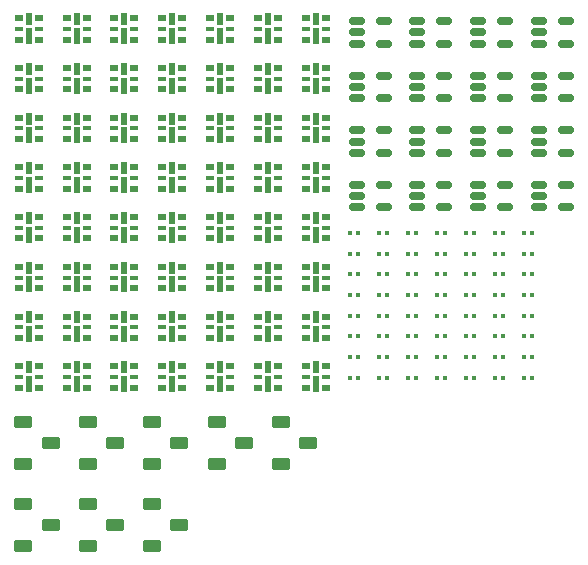
<source format=gbr>
%TF.GenerationSoftware,KiCad,Pcbnew,8.0.7*%
%TF.CreationDate,2025-01-04T02:12:22-08:00*%
%TF.ProjectId,PCB,5043422e-6b69-4636-9164-5f7063625858,rev?*%
%TF.SameCoordinates,Original*%
%TF.FileFunction,Paste,Top*%
%TF.FilePolarity,Positive*%
%FSLAX46Y46*%
G04 Gerber Fmt 4.6, Leading zero omitted, Abs format (unit mm)*
G04 Created by KiCad (PCBNEW 8.0.7) date 2025-01-04 02:12:22*
%MOMM*%
%LPD*%
G01*
G04 APERTURE LIST*
G04 Aperture macros list*
%AMRoundRect*
0 Rectangle with rounded corners*
0 $1 Rounding radius*
0 $2 $3 $4 $5 $6 $7 $8 $9 X,Y pos of 4 corners*
0 Add a 4 corners polygon primitive as box body*
4,1,4,$2,$3,$4,$5,$6,$7,$8,$9,$2,$3,0*
0 Add four circle primitives for the rounded corners*
1,1,$1+$1,$2,$3*
1,1,$1+$1,$4,$5*
1,1,$1+$1,$6,$7*
1,1,$1+$1,$8,$9*
0 Add four rect primitives between the rounded corners*
20,1,$1+$1,$2,$3,$4,$5,0*
20,1,$1+$1,$4,$5,$6,$7,0*
20,1,$1+$1,$6,$7,$8,$9,0*
20,1,$1+$1,$8,$9,$2,$3,0*%
G04 Aperture macros list end*
%ADD10R,0.800000X0.500000*%
%ADD11R,0.500000X1.000000*%
%ADD12R,0.800000X0.300000*%
%ADD13R,0.500000X1.480000*%
%ADD14RoundRect,0.150000X-0.512500X-0.150000X0.512500X-0.150000X0.512500X0.150000X-0.512500X0.150000X0*%
%ADD15RoundRect,0.079500X-0.079500X-0.100500X0.079500X-0.100500X0.079500X0.100500X-0.079500X0.100500X0*%
%ADD16RoundRect,0.250000X-0.550000X0.250000X-0.550000X-0.250000X0.550000X-0.250000X0.550000X0.250000X0*%
G04 APERTURE END LIST*
D10*
%TO.C,D43*%
X26565000Y-43470000D03*
D11*
X27415000Y-43540000D03*
D12*
X26565000Y-44370000D03*
D10*
X26565000Y-45270000D03*
X28265000Y-45270000D03*
D12*
X28265000Y-44370000D03*
D13*
X27415000Y-44960000D03*
D10*
X28265000Y-43470000D03*
%TD*%
D14*
%TO.C,U1*%
X51127500Y-18455000D03*
X51127500Y-19405000D03*
X51127500Y-20355000D03*
X53402500Y-20355000D03*
X53402500Y-18455000D03*
%TD*%
D15*
%TO.C,R9*%
X53020000Y-36380000D03*
X53710000Y-36380000D03*
%TD*%
%TO.C,R35*%
X60370000Y-39880000D03*
X61060000Y-39880000D03*
%TD*%
D14*
%TO.C,U7*%
X56277500Y-27705000D03*
X56277500Y-28655000D03*
X56277500Y-29605000D03*
X58552500Y-29605000D03*
X58552500Y-27705000D03*
%TD*%
D10*
%TO.C,D10*%
X34665000Y-22420000D03*
D11*
X35515000Y-22490000D03*
D12*
X34665000Y-23320000D03*
D10*
X34665000Y-24220000D03*
X36365000Y-24220000D03*
D12*
X36365000Y-23320000D03*
D13*
X35515000Y-23910000D03*
D10*
X36365000Y-22420000D03*
%TD*%
D15*
%TO.C,R46*%
X62820000Y-45130000D03*
X63510000Y-45130000D03*
%TD*%
D10*
%TO.C,D21*%
X22515000Y-30840000D03*
D11*
X23365000Y-30910000D03*
D12*
X22515000Y-31740000D03*
D10*
X22515000Y-32640000D03*
X24215000Y-32640000D03*
D12*
X24215000Y-31740000D03*
D13*
X23365000Y-32330000D03*
D10*
X24215000Y-30840000D03*
%TD*%
%TO.C,D33*%
X42765000Y-35050000D03*
D11*
X43615000Y-35120000D03*
D12*
X42765000Y-35950000D03*
D10*
X42765000Y-36850000D03*
X44465000Y-36850000D03*
D12*
X44465000Y-35950000D03*
D13*
X43615000Y-36540000D03*
D10*
X44465000Y-35050000D03*
%TD*%
%TO.C,D4*%
X38715000Y-18210000D03*
D11*
X39565000Y-18280000D03*
D12*
X38715000Y-19110000D03*
D10*
X38715000Y-20010000D03*
X40415000Y-20010000D03*
D12*
X40415000Y-19110000D03*
D13*
X39565000Y-19700000D03*
D10*
X40415000Y-18210000D03*
%TD*%
%TO.C,D40*%
X42765000Y-39260000D03*
D11*
X43615000Y-39330000D03*
D12*
X42765000Y-40160000D03*
D10*
X42765000Y-41060000D03*
X44465000Y-41060000D03*
D12*
X44465000Y-40160000D03*
D13*
X43615000Y-40750000D03*
D10*
X44465000Y-39260000D03*
%TD*%
%TO.C,D44*%
X30615000Y-43470000D03*
D11*
X31465000Y-43540000D03*
D12*
X30615000Y-44370000D03*
D10*
X30615000Y-45270000D03*
X32315000Y-45270000D03*
D12*
X32315000Y-44370000D03*
D13*
X31465000Y-44960000D03*
D10*
X32315000Y-43470000D03*
%TD*%
D16*
%TO.C,SW0*%
X22915000Y-52410000D03*
X25215000Y-54160000D03*
X22915000Y-55910000D03*
%TD*%
D15*
%TO.C,R15*%
X53020000Y-46880000D03*
X53710000Y-46880000D03*
%TD*%
D10*
%TO.C,D23*%
X30615000Y-30840000D03*
D11*
X31465000Y-30910000D03*
D12*
X30615000Y-31740000D03*
D10*
X30615000Y-32640000D03*
X32315000Y-32640000D03*
D12*
X32315000Y-31740000D03*
D13*
X31465000Y-32330000D03*
D10*
X32315000Y-30840000D03*
%TD*%
D15*
%TO.C,R6*%
X50570000Y-45130000D03*
X51260000Y-45130000D03*
%TD*%
D14*
%TO.C,U12*%
X61427500Y-32330000D03*
X61427500Y-33280000D03*
X61427500Y-34230000D03*
X63702500Y-34230000D03*
X63702500Y-32330000D03*
%TD*%
D15*
%TO.C,R17*%
X55470000Y-36380000D03*
X56160000Y-36380000D03*
%TD*%
D10*
%TO.C,D50*%
X26565000Y-47680000D03*
D11*
X27415000Y-47750000D03*
D12*
X26565000Y-48580000D03*
D10*
X26565000Y-49480000D03*
X28265000Y-49480000D03*
D12*
X28265000Y-48580000D03*
D13*
X27415000Y-49170000D03*
D10*
X28265000Y-47680000D03*
%TD*%
D14*
%TO.C,U5*%
X56277500Y-18455000D03*
X56277500Y-19405000D03*
X56277500Y-20355000D03*
X58552500Y-20355000D03*
X58552500Y-18455000D03*
%TD*%
D10*
%TO.C,D53*%
X38715000Y-47680000D03*
D11*
X39565000Y-47750000D03*
D12*
X38715000Y-48580000D03*
D10*
X38715000Y-49480000D03*
X40415000Y-49480000D03*
D12*
X40415000Y-48580000D03*
D13*
X39565000Y-49170000D03*
D10*
X40415000Y-47680000D03*
%TD*%
D16*
%TO.C,SW7*%
X33815000Y-59360000D03*
X36115000Y-61110000D03*
X33815000Y-62860000D03*
%TD*%
D15*
%TO.C,R55*%
X65270000Y-46880000D03*
X65960000Y-46880000D03*
%TD*%
D10*
%TO.C,D7*%
X22515000Y-22420000D03*
D11*
X23365000Y-22490000D03*
D12*
X22515000Y-23320000D03*
D10*
X22515000Y-24220000D03*
X24215000Y-24220000D03*
D12*
X24215000Y-23320000D03*
D13*
X23365000Y-23910000D03*
D10*
X24215000Y-22420000D03*
%TD*%
D15*
%TO.C,R2*%
X50570000Y-38130000D03*
X51260000Y-38130000D03*
%TD*%
D10*
%TO.C,D42*%
X22515000Y-43470000D03*
D11*
X23365000Y-43540000D03*
D12*
X22515000Y-44370000D03*
D10*
X22515000Y-45270000D03*
X24215000Y-45270000D03*
D12*
X24215000Y-44370000D03*
D13*
X23365000Y-44960000D03*
D10*
X24215000Y-43470000D03*
%TD*%
D15*
%TO.C,R1*%
X50570000Y-36380000D03*
X51260000Y-36380000D03*
%TD*%
%TO.C,R45*%
X62820000Y-43380000D03*
X63510000Y-43380000D03*
%TD*%
D10*
%TO.C,D24*%
X34665000Y-30840000D03*
D11*
X35515000Y-30910000D03*
D12*
X34665000Y-31740000D03*
D10*
X34665000Y-32640000D03*
X36365000Y-32640000D03*
D12*
X36365000Y-31740000D03*
D13*
X35515000Y-32330000D03*
D10*
X36365000Y-30840000D03*
%TD*%
D15*
%TO.C,R24*%
X55470000Y-48630000D03*
X56160000Y-48630000D03*
%TD*%
D10*
%TO.C,D6*%
X46815000Y-18210000D03*
D11*
X47665000Y-18280000D03*
D12*
X46815000Y-19110000D03*
D10*
X46815000Y-20010000D03*
X48515000Y-20010000D03*
D12*
X48515000Y-19110000D03*
D13*
X47665000Y-19700000D03*
D10*
X48515000Y-18210000D03*
%TD*%
%TO.C,D11*%
X38715000Y-22420000D03*
D11*
X39565000Y-22490000D03*
D12*
X38715000Y-23320000D03*
D10*
X38715000Y-24220000D03*
X40415000Y-24220000D03*
D12*
X40415000Y-23320000D03*
D13*
X39565000Y-23910000D03*
D10*
X40415000Y-22420000D03*
%TD*%
D15*
%TO.C,R37*%
X60370000Y-43380000D03*
X61060000Y-43380000D03*
%TD*%
D10*
%TO.C,D17*%
X34665000Y-26630000D03*
D11*
X35515000Y-26700000D03*
D12*
X34665000Y-27530000D03*
D10*
X34665000Y-28430000D03*
X36365000Y-28430000D03*
D12*
X36365000Y-27530000D03*
D13*
X35515000Y-28120000D03*
D10*
X36365000Y-26630000D03*
%TD*%
D15*
%TO.C,R20*%
X55470000Y-41630000D03*
X56160000Y-41630000D03*
%TD*%
%TO.C,R16*%
X53020000Y-48630000D03*
X53710000Y-48630000D03*
%TD*%
D10*
%TO.C,D12*%
X42765000Y-22420000D03*
D11*
X43615000Y-22490000D03*
D12*
X42765000Y-23320000D03*
D10*
X42765000Y-24220000D03*
X44465000Y-24220000D03*
D12*
X44465000Y-23320000D03*
D13*
X43615000Y-23910000D03*
D10*
X44465000Y-22420000D03*
%TD*%
D16*
%TO.C,SW4*%
X44715000Y-52410000D03*
X47015000Y-54160000D03*
X44715000Y-55910000D03*
%TD*%
D15*
%TO.C,R27*%
X57920000Y-39880000D03*
X58610000Y-39880000D03*
%TD*%
D10*
%TO.C,D37*%
X30615000Y-39260000D03*
D11*
X31465000Y-39330000D03*
D12*
X30615000Y-40160000D03*
D10*
X30615000Y-41060000D03*
X32315000Y-41060000D03*
D12*
X32315000Y-40160000D03*
D13*
X31465000Y-40750000D03*
D10*
X32315000Y-39260000D03*
%TD*%
%TO.C,D34*%
X46815000Y-35050000D03*
D11*
X47665000Y-35120000D03*
D12*
X46815000Y-35950000D03*
D10*
X46815000Y-36850000D03*
X48515000Y-36850000D03*
D12*
X48515000Y-35950000D03*
D13*
X47665000Y-36540000D03*
D10*
X48515000Y-35050000D03*
%TD*%
D15*
%TO.C,R7*%
X50570000Y-46880000D03*
X51260000Y-46880000D03*
%TD*%
D10*
%TO.C,D15*%
X26565000Y-26630000D03*
D11*
X27415000Y-26700000D03*
D12*
X26565000Y-27530000D03*
D10*
X26565000Y-28430000D03*
X28265000Y-28430000D03*
D12*
X28265000Y-27530000D03*
D13*
X27415000Y-28120000D03*
D10*
X28265000Y-26630000D03*
%TD*%
%TO.C,D25*%
X38715000Y-30840000D03*
D11*
X39565000Y-30910000D03*
D12*
X38715000Y-31740000D03*
D10*
X38715000Y-32640000D03*
X40415000Y-32640000D03*
D12*
X40415000Y-31740000D03*
D13*
X39565000Y-32330000D03*
D10*
X40415000Y-30840000D03*
%TD*%
D15*
%TO.C,R22*%
X55470000Y-45130000D03*
X56160000Y-45130000D03*
%TD*%
D10*
%TO.C,D49*%
X22515000Y-47680000D03*
D11*
X23365000Y-47750000D03*
D12*
X22515000Y-48580000D03*
D10*
X22515000Y-49480000D03*
X24215000Y-49480000D03*
D12*
X24215000Y-48580000D03*
D13*
X23365000Y-49170000D03*
D10*
X24215000Y-47680000D03*
%TD*%
D15*
%TO.C,R28*%
X57920000Y-41630000D03*
X58610000Y-41630000D03*
%TD*%
%TO.C,R5*%
X50570000Y-43380000D03*
X51260000Y-43380000D03*
%TD*%
%TO.C,R43*%
X62820000Y-39880000D03*
X63510000Y-39880000D03*
%TD*%
%TO.C,R38*%
X60370000Y-45130000D03*
X61060000Y-45130000D03*
%TD*%
D16*
%TO.C,SW2*%
X33815000Y-52410000D03*
X36115000Y-54160000D03*
X33815000Y-55910000D03*
%TD*%
D15*
%TO.C,R44*%
X62820000Y-41630000D03*
X63510000Y-41630000D03*
%TD*%
%TO.C,R50*%
X65270000Y-38130000D03*
X65960000Y-38130000D03*
%TD*%
D10*
%TO.C,D46*%
X38715000Y-43470000D03*
D11*
X39565000Y-43540000D03*
D12*
X38715000Y-44370000D03*
D10*
X38715000Y-45270000D03*
X40415000Y-45270000D03*
D12*
X40415000Y-44370000D03*
D13*
X39565000Y-44960000D03*
D10*
X40415000Y-43470000D03*
%TD*%
D14*
%TO.C,U10*%
X61427500Y-23080000D03*
X61427500Y-24030000D03*
X61427500Y-24980000D03*
X63702500Y-24980000D03*
X63702500Y-23080000D03*
%TD*%
%TO.C,U9*%
X61427500Y-18455000D03*
X61427500Y-19405000D03*
X61427500Y-20355000D03*
X63702500Y-20355000D03*
X63702500Y-18455000D03*
%TD*%
D15*
%TO.C,R8*%
X50570000Y-48630000D03*
X51260000Y-48630000D03*
%TD*%
D14*
%TO.C,U3*%
X51127500Y-27705000D03*
X51127500Y-28655000D03*
X51127500Y-29605000D03*
X53402500Y-29605000D03*
X53402500Y-27705000D03*
%TD*%
D10*
%TO.C,D9*%
X30615000Y-22420000D03*
D11*
X31465000Y-22490000D03*
D12*
X30615000Y-23320000D03*
D10*
X30615000Y-24220000D03*
X32315000Y-24220000D03*
D12*
X32315000Y-23320000D03*
D13*
X31465000Y-23910000D03*
D10*
X32315000Y-22420000D03*
%TD*%
%TO.C,D35*%
X22515000Y-39260000D03*
D11*
X23365000Y-39330000D03*
D12*
X22515000Y-40160000D03*
D10*
X22515000Y-41060000D03*
X24215000Y-41060000D03*
D12*
X24215000Y-40160000D03*
D13*
X23365000Y-40750000D03*
D10*
X24215000Y-39260000D03*
%TD*%
%TO.C,D26*%
X42765000Y-30840000D03*
D11*
X43615000Y-30910000D03*
D12*
X42765000Y-31740000D03*
D10*
X42765000Y-32640000D03*
X44465000Y-32640000D03*
D12*
X44465000Y-31740000D03*
D13*
X43615000Y-32330000D03*
D10*
X44465000Y-30840000D03*
%TD*%
%TO.C,D14*%
X22515000Y-26630000D03*
D11*
X23365000Y-26700000D03*
D12*
X22515000Y-27530000D03*
D10*
X22515000Y-28430000D03*
X24215000Y-28430000D03*
D12*
X24215000Y-27530000D03*
D13*
X23365000Y-28120000D03*
D10*
X24215000Y-26630000D03*
%TD*%
%TO.C,D48*%
X46815000Y-43470000D03*
D11*
X47665000Y-43540000D03*
D12*
X46815000Y-44370000D03*
D10*
X46815000Y-45270000D03*
X48515000Y-45270000D03*
D12*
X48515000Y-44370000D03*
D13*
X47665000Y-44960000D03*
D10*
X48515000Y-43470000D03*
%TD*%
%TO.C,D20*%
X46815000Y-26630000D03*
D11*
X47665000Y-26700000D03*
D12*
X46815000Y-27530000D03*
D10*
X46815000Y-28430000D03*
X48515000Y-28430000D03*
D12*
X48515000Y-27530000D03*
D13*
X47665000Y-28120000D03*
D10*
X48515000Y-26630000D03*
%TD*%
D15*
%TO.C,R32*%
X57920000Y-48630000D03*
X58610000Y-48630000D03*
%TD*%
D10*
%TO.C,D3*%
X34665000Y-18210000D03*
D11*
X35515000Y-18280000D03*
D12*
X34665000Y-19110000D03*
D10*
X34665000Y-20010000D03*
X36365000Y-20010000D03*
D12*
X36365000Y-19110000D03*
D13*
X35515000Y-19700000D03*
D10*
X36365000Y-18210000D03*
%TD*%
%TO.C,D54*%
X42765000Y-47680000D03*
D11*
X43615000Y-47750000D03*
D12*
X42765000Y-48580000D03*
D10*
X42765000Y-49480000D03*
X44465000Y-49480000D03*
D12*
X44465000Y-48580000D03*
D13*
X43615000Y-49170000D03*
D10*
X44465000Y-47680000D03*
%TD*%
D15*
%TO.C,R11*%
X53020000Y-39880000D03*
X53710000Y-39880000D03*
%TD*%
D10*
%TO.C,D1*%
X26565000Y-18210000D03*
D11*
X27415000Y-18280000D03*
D12*
X26565000Y-19110000D03*
D10*
X26565000Y-20010000D03*
X28265000Y-20010000D03*
D12*
X28265000Y-19110000D03*
D13*
X27415000Y-19700000D03*
D10*
X28265000Y-18210000D03*
%TD*%
D14*
%TO.C,U4*%
X51127500Y-32330000D03*
X51127500Y-33280000D03*
X51127500Y-34230000D03*
X53402500Y-34230000D03*
X53402500Y-32330000D03*
%TD*%
D10*
%TO.C,D51*%
X30615000Y-47680000D03*
D11*
X31465000Y-47750000D03*
D12*
X30615000Y-48580000D03*
D10*
X30615000Y-49480000D03*
X32315000Y-49480000D03*
D12*
X32315000Y-48580000D03*
D13*
X31465000Y-49170000D03*
D10*
X32315000Y-47680000D03*
%TD*%
D15*
%TO.C,R25*%
X57920000Y-36380000D03*
X58610000Y-36380000D03*
%TD*%
D16*
%TO.C,SW1*%
X28365000Y-52410000D03*
X30665000Y-54160000D03*
X28365000Y-55910000D03*
%TD*%
D14*
%TO.C,U14*%
X66577500Y-23080000D03*
X66577500Y-24030000D03*
X66577500Y-24980000D03*
X68852500Y-24980000D03*
X68852500Y-23080000D03*
%TD*%
D15*
%TO.C,R54*%
X65270000Y-45130000D03*
X65960000Y-45130000D03*
%TD*%
D10*
%TO.C,D19*%
X42765000Y-26630000D03*
D11*
X43615000Y-26700000D03*
D12*
X42765000Y-27530000D03*
D10*
X42765000Y-28430000D03*
X44465000Y-28430000D03*
D12*
X44465000Y-27530000D03*
D13*
X43615000Y-28120000D03*
D10*
X44465000Y-26630000D03*
%TD*%
%TO.C,D16*%
X30615000Y-26630000D03*
D11*
X31465000Y-26700000D03*
D12*
X30615000Y-27530000D03*
D10*
X30615000Y-28430000D03*
X32315000Y-28430000D03*
D12*
X32315000Y-27530000D03*
D13*
X31465000Y-28120000D03*
D10*
X32315000Y-26630000D03*
%TD*%
D15*
%TO.C,R51*%
X65270000Y-39880000D03*
X65960000Y-39880000D03*
%TD*%
%TO.C,R3*%
X50570000Y-39880000D03*
X51260000Y-39880000D03*
%TD*%
%TO.C,R47*%
X62820000Y-46880000D03*
X63510000Y-46880000D03*
%TD*%
%TO.C,R34*%
X60370000Y-38130000D03*
X61060000Y-38130000D03*
%TD*%
D10*
%TO.C,D2*%
X30615000Y-18210000D03*
D11*
X31465000Y-18280000D03*
D12*
X30615000Y-19110000D03*
D10*
X30615000Y-20010000D03*
X32315000Y-20010000D03*
D12*
X32315000Y-19110000D03*
D13*
X31465000Y-19700000D03*
D10*
X32315000Y-18210000D03*
%TD*%
D15*
%TO.C,R39*%
X60370000Y-46880000D03*
X61060000Y-46880000D03*
%TD*%
D14*
%TO.C,U11*%
X61427500Y-27705000D03*
X61427500Y-28655000D03*
X61427500Y-29605000D03*
X63702500Y-29605000D03*
X63702500Y-27705000D03*
%TD*%
D10*
%TO.C,D0*%
X22515000Y-18210000D03*
D11*
X23365000Y-18280000D03*
D12*
X22515000Y-19110000D03*
D10*
X22515000Y-20010000D03*
X24215000Y-20010000D03*
D12*
X24215000Y-19110000D03*
D13*
X23365000Y-19700000D03*
D10*
X24215000Y-18210000D03*
%TD*%
D15*
%TO.C,R14*%
X53020000Y-45130000D03*
X53710000Y-45130000D03*
%TD*%
%TO.C,R36*%
X60370000Y-41630000D03*
X61060000Y-41630000D03*
%TD*%
D10*
%TO.C,D28*%
X22515000Y-35050000D03*
D11*
X23365000Y-35120000D03*
D12*
X22515000Y-35950000D03*
D10*
X22515000Y-36850000D03*
X24215000Y-36850000D03*
D12*
X24215000Y-35950000D03*
D13*
X23365000Y-36540000D03*
D10*
X24215000Y-35050000D03*
%TD*%
D14*
%TO.C,U15*%
X66577500Y-27705000D03*
X66577500Y-28655000D03*
X66577500Y-29605000D03*
X68852500Y-29605000D03*
X68852500Y-27705000D03*
%TD*%
D10*
%TO.C,D22*%
X26565000Y-30840000D03*
D11*
X27415000Y-30910000D03*
D12*
X26565000Y-31740000D03*
D10*
X26565000Y-32640000D03*
X28265000Y-32640000D03*
D12*
X28265000Y-31740000D03*
D13*
X27415000Y-32330000D03*
D10*
X28265000Y-30840000D03*
%TD*%
D15*
%TO.C,R49*%
X65270000Y-36380000D03*
X65960000Y-36380000D03*
%TD*%
D10*
%TO.C,D13*%
X46815000Y-22420000D03*
D11*
X47665000Y-22490000D03*
D12*
X46815000Y-23320000D03*
D10*
X46815000Y-24220000D03*
X48515000Y-24220000D03*
D12*
X48515000Y-23320000D03*
D13*
X47665000Y-23910000D03*
D10*
X48515000Y-22420000D03*
%TD*%
%TO.C,D5*%
X42765000Y-18210000D03*
D11*
X43615000Y-18280000D03*
D12*
X42765000Y-19110000D03*
D10*
X42765000Y-20010000D03*
X44465000Y-20010000D03*
D12*
X44465000Y-19110000D03*
D13*
X43615000Y-19700000D03*
D10*
X44465000Y-18210000D03*
%TD*%
D15*
%TO.C,R10*%
X53020000Y-38130000D03*
X53710000Y-38130000D03*
%TD*%
%TO.C,R30*%
X57920000Y-45130000D03*
X58610000Y-45130000D03*
%TD*%
D10*
%TO.C,D38*%
X34665000Y-39260000D03*
D11*
X35515000Y-39330000D03*
D12*
X34665000Y-40160000D03*
D10*
X34665000Y-41060000D03*
X36365000Y-41060000D03*
D12*
X36365000Y-40160000D03*
D13*
X35515000Y-40750000D03*
D10*
X36365000Y-39260000D03*
%TD*%
D15*
%TO.C,R13*%
X53020000Y-43380000D03*
X53710000Y-43380000D03*
%TD*%
D16*
%TO.C,SW3*%
X39265000Y-52410000D03*
X41565000Y-54160000D03*
X39265000Y-55910000D03*
%TD*%
D15*
%TO.C,R31*%
X57920000Y-46880000D03*
X58610000Y-46880000D03*
%TD*%
D10*
%TO.C,D31*%
X34665000Y-35050000D03*
D11*
X35515000Y-35120000D03*
D12*
X34665000Y-35950000D03*
D10*
X34665000Y-36850000D03*
X36365000Y-36850000D03*
D12*
X36365000Y-35950000D03*
D13*
X35515000Y-36540000D03*
D10*
X36365000Y-35050000D03*
%TD*%
%TO.C,D30*%
X30615000Y-35050000D03*
D11*
X31465000Y-35120000D03*
D12*
X30615000Y-35950000D03*
D10*
X30615000Y-36850000D03*
X32315000Y-36850000D03*
D12*
X32315000Y-35950000D03*
D13*
X31465000Y-36540000D03*
D10*
X32315000Y-35050000D03*
%TD*%
%TO.C,D8*%
X26565000Y-22420000D03*
D11*
X27415000Y-22490000D03*
D12*
X26565000Y-23320000D03*
D10*
X26565000Y-24220000D03*
X28265000Y-24220000D03*
D12*
X28265000Y-23320000D03*
D13*
X27415000Y-23910000D03*
D10*
X28265000Y-22420000D03*
%TD*%
%TO.C,D36*%
X26565000Y-39260000D03*
D11*
X27415000Y-39330000D03*
D12*
X26565000Y-40160000D03*
D10*
X26565000Y-41060000D03*
X28265000Y-41060000D03*
D12*
X28265000Y-40160000D03*
D13*
X27415000Y-40750000D03*
D10*
X28265000Y-39260000D03*
%TD*%
D15*
%TO.C,R52*%
X65270000Y-41630000D03*
X65960000Y-41630000D03*
%TD*%
D10*
%TO.C,D18*%
X38715000Y-26630000D03*
D11*
X39565000Y-26700000D03*
D12*
X38715000Y-27530000D03*
D10*
X38715000Y-28430000D03*
X40415000Y-28430000D03*
D12*
X40415000Y-27530000D03*
D13*
X39565000Y-28120000D03*
D10*
X40415000Y-26630000D03*
%TD*%
D14*
%TO.C,U8*%
X56277500Y-32330000D03*
X56277500Y-33280000D03*
X56277500Y-34230000D03*
X58552500Y-34230000D03*
X58552500Y-32330000D03*
%TD*%
D15*
%TO.C,R41*%
X62820000Y-36380000D03*
X63510000Y-36380000D03*
%TD*%
%TO.C,R48*%
X62820000Y-48630000D03*
X63510000Y-48630000D03*
%TD*%
D14*
%TO.C,U16*%
X66577500Y-32330000D03*
X66577500Y-33280000D03*
X66577500Y-34230000D03*
X68852500Y-34230000D03*
X68852500Y-32330000D03*
%TD*%
%TO.C,U2*%
X51127500Y-23080000D03*
X51127500Y-24030000D03*
X51127500Y-24980000D03*
X53402500Y-24980000D03*
X53402500Y-23080000D03*
%TD*%
D10*
%TO.C,D45*%
X34665000Y-43470000D03*
D11*
X35515000Y-43540000D03*
D12*
X34665000Y-44370000D03*
D10*
X34665000Y-45270000D03*
X36365000Y-45270000D03*
D12*
X36365000Y-44370000D03*
D13*
X35515000Y-44960000D03*
D10*
X36365000Y-43470000D03*
%TD*%
%TO.C,D39*%
X38715000Y-39260000D03*
D11*
X39565000Y-39330000D03*
D12*
X38715000Y-40160000D03*
D10*
X38715000Y-41060000D03*
X40415000Y-41060000D03*
D12*
X40415000Y-40160000D03*
D13*
X39565000Y-40750000D03*
D10*
X40415000Y-39260000D03*
%TD*%
D15*
%TO.C,R26*%
X57920000Y-38130000D03*
X58610000Y-38130000D03*
%TD*%
D16*
%TO.C,SW6*%
X28365000Y-59360000D03*
X30665000Y-61110000D03*
X28365000Y-62860000D03*
%TD*%
D14*
%TO.C,U13*%
X66577500Y-18455000D03*
X66577500Y-19405000D03*
X66577500Y-20355000D03*
X68852500Y-20355000D03*
X68852500Y-18455000D03*
%TD*%
D15*
%TO.C,R42*%
X62820000Y-38130000D03*
X63510000Y-38130000D03*
%TD*%
D10*
%TO.C,D47*%
X42765000Y-43470000D03*
D11*
X43615000Y-43540000D03*
D12*
X42765000Y-44370000D03*
D10*
X42765000Y-45270000D03*
X44465000Y-45270000D03*
D12*
X44465000Y-44370000D03*
D13*
X43615000Y-44960000D03*
D10*
X44465000Y-43470000D03*
%TD*%
D15*
%TO.C,R40*%
X60370000Y-48630000D03*
X61060000Y-48630000D03*
%TD*%
D10*
%TO.C,D55*%
X46815000Y-47680000D03*
D11*
X47665000Y-47750000D03*
D12*
X46815000Y-48580000D03*
D10*
X46815000Y-49480000D03*
X48515000Y-49480000D03*
D12*
X48515000Y-48580000D03*
D13*
X47665000Y-49170000D03*
D10*
X48515000Y-47680000D03*
%TD*%
D15*
%TO.C,R4*%
X50570000Y-41630000D03*
X51260000Y-41630000D03*
%TD*%
D10*
%TO.C,D32*%
X38715000Y-35050000D03*
D11*
X39565000Y-35120000D03*
D12*
X38715000Y-35950000D03*
D10*
X38715000Y-36850000D03*
X40415000Y-36850000D03*
D12*
X40415000Y-35950000D03*
D13*
X39565000Y-36540000D03*
D10*
X40415000Y-35050000D03*
%TD*%
%TO.C,D52*%
X34665000Y-47680000D03*
D11*
X35515000Y-47750000D03*
D12*
X34665000Y-48580000D03*
D10*
X34665000Y-49480000D03*
X36365000Y-49480000D03*
D12*
X36365000Y-48580000D03*
D13*
X35515000Y-49170000D03*
D10*
X36365000Y-47680000D03*
%TD*%
D15*
%TO.C,R33*%
X60370000Y-36380000D03*
X61060000Y-36380000D03*
%TD*%
%TO.C,R56*%
X65270000Y-48630000D03*
X65960000Y-48630000D03*
%TD*%
%TO.C,R29*%
X57920000Y-43380000D03*
X58610000Y-43380000D03*
%TD*%
%TO.C,R53*%
X65270000Y-43380000D03*
X65960000Y-43380000D03*
%TD*%
D10*
%TO.C,D41*%
X46815000Y-39260000D03*
D11*
X47665000Y-39330000D03*
D12*
X46815000Y-40160000D03*
D10*
X46815000Y-41060000D03*
X48515000Y-41060000D03*
D12*
X48515000Y-40160000D03*
D13*
X47665000Y-40750000D03*
D10*
X48515000Y-39260000D03*
%TD*%
D15*
%TO.C,R18*%
X55470000Y-38130000D03*
X56160000Y-38130000D03*
%TD*%
D14*
%TO.C,U6*%
X56277500Y-23080000D03*
X56277500Y-24030000D03*
X56277500Y-24980000D03*
X58552500Y-24980000D03*
X58552500Y-23080000D03*
%TD*%
D15*
%TO.C,R21*%
X55470000Y-43380000D03*
X56160000Y-43380000D03*
%TD*%
D10*
%TO.C,D29*%
X26565000Y-35050000D03*
D11*
X27415000Y-35120000D03*
D12*
X26565000Y-35950000D03*
D10*
X26565000Y-36850000D03*
X28265000Y-36850000D03*
D12*
X28265000Y-35950000D03*
D13*
X27415000Y-36540000D03*
D10*
X28265000Y-35050000D03*
%TD*%
%TO.C,D27*%
X46815000Y-30840000D03*
D11*
X47665000Y-30910000D03*
D12*
X46815000Y-31740000D03*
D10*
X46815000Y-32640000D03*
X48515000Y-32640000D03*
D12*
X48515000Y-31740000D03*
D13*
X47665000Y-32330000D03*
D10*
X48515000Y-30840000D03*
%TD*%
D15*
%TO.C,R19*%
X55470000Y-39880000D03*
X56160000Y-39880000D03*
%TD*%
D16*
%TO.C,SW5*%
X22915000Y-59360000D03*
X25215000Y-61110000D03*
X22915000Y-62860000D03*
%TD*%
D15*
%TO.C,R12*%
X53020000Y-41630000D03*
X53710000Y-41630000D03*
%TD*%
%TO.C,R23*%
X55470000Y-46880000D03*
X56160000Y-46880000D03*
%TD*%
M02*

</source>
